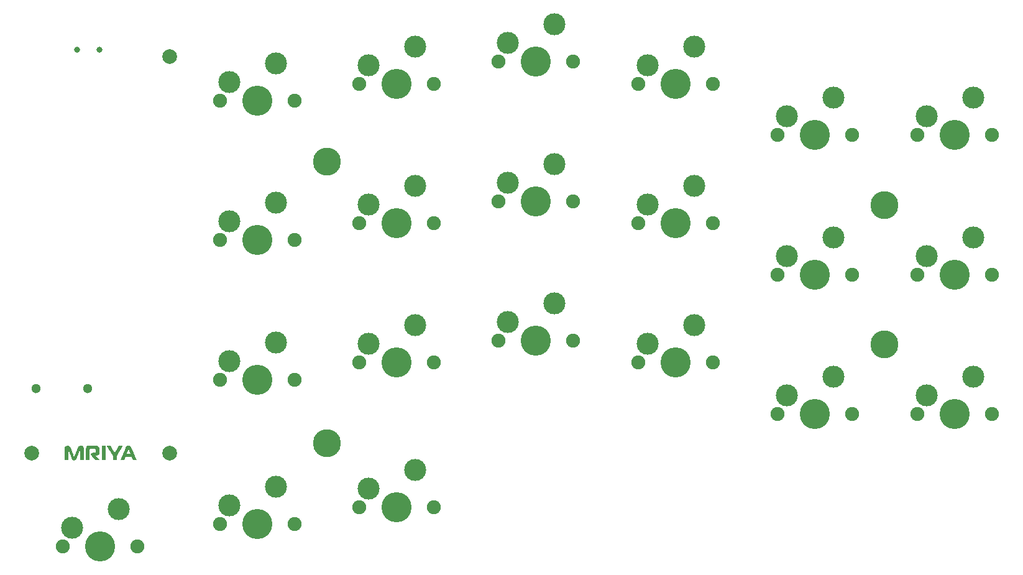
<source format=gts>
G04 #@! TF.GenerationSoftware,KiCad,Pcbnew,7.0.2*
G04 #@! TF.CreationDate,2023-04-26T23:48:15+03:00*
G04 #@! TF.ProjectId,mriya-right,6d726979-612d-4726-9967-68742e6b6963,0.9*
G04 #@! TF.SameCoordinates,Original*
G04 #@! TF.FileFunction,Soldermask,Top*
G04 #@! TF.FilePolarity,Negative*
%FSLAX46Y46*%
G04 Gerber Fmt 4.6, Leading zero omitted, Abs format (unit mm)*
G04 Created by KiCad (PCBNEW 7.0.2) date 2023-04-26 23:48:15*
%MOMM*%
%LPD*%
G01*
G04 APERTURE LIST*
%ADD10C,1.900000*%
%ADD11C,3.000000*%
%ADD12C,4.100000*%
%ADD13C,3.800000*%
%ADD14C,1.300000*%
%ADD15C,2.000000*%
%ADD16C,0.800000*%
G04 APERTURE END LIST*
G36*
X134352586Y-100300000D02*
G01*
X134352586Y-101274642D01*
X134102570Y-101274642D01*
X133852553Y-101274642D01*
X133852553Y-100300000D01*
X133852553Y-99325359D01*
X134102570Y-99325359D01*
X134352586Y-99325359D01*
X134352586Y-100300000D01*
G37*
G36*
X136667336Y-99378329D02*
G01*
X136658006Y-99393479D01*
X136640603Y-99421981D01*
X136615824Y-99462681D01*
X136584370Y-99514429D01*
X136546939Y-99576072D01*
X136504231Y-99646458D01*
X136456945Y-99724434D01*
X136405779Y-99808849D01*
X136351433Y-99898551D01*
X136294606Y-99992387D01*
X136247686Y-100069893D01*
X135861162Y-100708488D01*
X135861162Y-100991565D01*
X135861162Y-101274642D01*
X135611145Y-101274642D01*
X135361128Y-101274642D01*
X135361128Y-100991509D01*
X135361128Y-100708377D01*
X134945846Y-100020666D01*
X134886321Y-99922050D01*
X134829347Y-99827584D01*
X134775529Y-99738272D01*
X134725470Y-99655119D01*
X134679773Y-99579130D01*
X134639041Y-99511309D01*
X134603878Y-99452661D01*
X134574886Y-99404190D01*
X134552670Y-99366902D01*
X134537831Y-99341801D01*
X134530975Y-99329892D01*
X134530564Y-99329038D01*
X134538703Y-99328149D01*
X134561772Y-99327469D01*
X134597755Y-99327012D01*
X134644634Y-99326789D01*
X134700391Y-99326813D01*
X134763008Y-99327097D01*
X134798501Y-99327359D01*
X135066437Y-99329596D01*
X135337548Y-99789332D01*
X135385077Y-99869714D01*
X135430142Y-99945513D01*
X135472000Y-100015506D01*
X135509909Y-100078471D01*
X135543126Y-100133188D01*
X135570910Y-100178435D01*
X135592517Y-100212990D01*
X135607206Y-100235632D01*
X135614235Y-100245139D01*
X135614680Y-100245346D01*
X135619932Y-100237580D01*
X135633029Y-100216452D01*
X135653224Y-100183209D01*
X135679770Y-100139100D01*
X135711920Y-100085374D01*
X135748928Y-100023279D01*
X135790046Y-99954064D01*
X135834528Y-99878978D01*
X135881628Y-99799269D01*
X135890936Y-99783492D01*
X136161171Y-99325359D01*
X136430817Y-99325359D01*
X136700463Y-99325359D01*
X136667336Y-99378329D01*
G37*
G36*
X137545170Y-99302358D02*
G01*
X137615625Y-99310658D01*
X137677530Y-99325797D01*
X137677931Y-99325931D01*
X137739252Y-99355053D01*
X137793321Y-99398120D01*
X137837359Y-99452726D01*
X137850541Y-99475347D01*
X137856025Y-99487296D01*
X137867545Y-99513645D01*
X137884583Y-99553162D01*
X137906618Y-99604616D01*
X137933131Y-99666776D01*
X137963603Y-99738410D01*
X137997515Y-99818286D01*
X138034347Y-99905174D01*
X138073580Y-99997841D01*
X138114693Y-100095056D01*
X138157169Y-100195589D01*
X138200487Y-100298207D01*
X138244128Y-100401679D01*
X138287573Y-100504774D01*
X138330303Y-100606261D01*
X138371797Y-100704907D01*
X138411536Y-100799481D01*
X138449002Y-100888753D01*
X138483674Y-100971490D01*
X138515034Y-101046461D01*
X138542561Y-101112435D01*
X138565737Y-101168180D01*
X138584042Y-101212466D01*
X138596957Y-101244059D01*
X138603437Y-101260351D01*
X138604057Y-101264403D01*
X138601329Y-101267597D01*
X138593559Y-101270013D01*
X138579053Y-101271731D01*
X138556118Y-101272832D01*
X138523059Y-101273396D01*
X138478184Y-101273503D01*
X138419798Y-101273232D01*
X138346208Y-101272666D01*
X138343741Y-101272645D01*
X138078467Y-101270404D01*
X137990458Y-101047931D01*
X137902450Y-100825459D01*
X137492633Y-100825459D01*
X137082815Y-100825459D01*
X136994955Y-101047931D01*
X136907094Y-101270404D01*
X136646857Y-101272645D01*
X136567584Y-101273137D01*
X136504183Y-101273083D01*
X136455585Y-101272453D01*
X136420720Y-101271217D01*
X136398519Y-101269345D01*
X136387911Y-101266806D01*
X136386620Y-101265264D01*
X136389819Y-101256264D01*
X136399079Y-101232842D01*
X136413896Y-101196206D01*
X136433768Y-101147562D01*
X136458192Y-101088117D01*
X136486664Y-101019077D01*
X136518680Y-100941648D01*
X136553738Y-100857037D01*
X136591334Y-100766451D01*
X136630964Y-100671096D01*
X136672126Y-100572178D01*
X136714317Y-100470904D01*
X136727464Y-100439380D01*
X137208709Y-100439380D01*
X137216858Y-100440495D01*
X137239998Y-100441515D01*
X137276172Y-100442409D01*
X137323421Y-100443143D01*
X137379786Y-100443686D01*
X137443310Y-100444005D01*
X137493198Y-100444078D01*
X137570044Y-100444058D01*
X137631596Y-100443929D01*
X137679509Y-100443589D01*
X137715441Y-100442933D01*
X137741046Y-100441860D01*
X137757981Y-100440264D01*
X137767902Y-100438045D01*
X137772465Y-100435097D01*
X137773325Y-100431318D01*
X137772167Y-100426689D01*
X137766939Y-100412422D01*
X137756262Y-100385005D01*
X137740985Y-100346517D01*
X137721956Y-100299040D01*
X137700024Y-100244653D01*
X137676038Y-100185439D01*
X137650846Y-100123476D01*
X137625296Y-100060845D01*
X137600237Y-99999627D01*
X137576519Y-99941902D01*
X137554988Y-99889751D01*
X137536494Y-99845254D01*
X137521885Y-99810492D01*
X137512010Y-99787544D01*
X137507911Y-99778779D01*
X137497770Y-99761829D01*
X137481680Y-99778779D01*
X137476161Y-99788931D01*
X137465182Y-99812745D01*
X137449585Y-99848181D01*
X137430213Y-99893198D01*
X137407910Y-99945757D01*
X137383518Y-100003817D01*
X137357880Y-100065339D01*
X137331839Y-100128281D01*
X137306239Y-100190605D01*
X137281922Y-100250269D01*
X137259732Y-100305234D01*
X137240511Y-100353460D01*
X137225102Y-100392907D01*
X137214349Y-100421533D01*
X137209094Y-100437300D01*
X137208709Y-100439380D01*
X136727464Y-100439380D01*
X136757032Y-100368481D01*
X136799768Y-100266115D01*
X136842023Y-100165012D01*
X136883293Y-100066380D01*
X136923074Y-99971424D01*
X136960863Y-99881351D01*
X136996158Y-99797367D01*
X137028454Y-99720680D01*
X137057249Y-99652495D01*
X137082038Y-99594019D01*
X137102319Y-99546459D01*
X137117589Y-99511020D01*
X137127344Y-99488911D01*
X137130185Y-99482850D01*
X137156016Y-99441383D01*
X137189998Y-99400800D01*
X137227720Y-99365593D01*
X137264773Y-99340255D01*
X137275030Y-99335279D01*
X137331094Y-99317355D01*
X137398045Y-99305819D01*
X137471023Y-99300782D01*
X137545170Y-99302358D01*
G37*
G36*
X132281454Y-99326371D02*
G01*
X132374253Y-99326705D01*
X132481942Y-99327170D01*
X132560683Y-99327530D01*
X132681860Y-99328085D01*
X132787352Y-99328612D01*
X132878423Y-99329198D01*
X132956340Y-99329929D01*
X133022366Y-99330891D01*
X133077767Y-99332173D01*
X133123807Y-99333859D01*
X133161752Y-99336038D01*
X133192866Y-99338794D01*
X133218414Y-99342216D01*
X133239661Y-99346389D01*
X133257873Y-99351401D01*
X133274313Y-99357337D01*
X133290247Y-99364284D01*
X133306940Y-99372330D01*
X133321747Y-99379643D01*
X133377853Y-99413092D01*
X133423898Y-99454679D01*
X133461306Y-99503271D01*
X133497361Y-99570107D01*
X133526011Y-99650902D01*
X133546935Y-99744217D01*
X133559813Y-99848610D01*
X133564322Y-99962643D01*
X133564324Y-99965232D01*
X133559768Y-100094748D01*
X133546053Y-100210391D01*
X133523206Y-100312065D01*
X133491254Y-100399670D01*
X133450225Y-100473109D01*
X133409068Y-100523469D01*
X133359578Y-100566548D01*
X133304737Y-100598790D01*
X133242131Y-100621029D01*
X133169348Y-100634099D01*
X133083972Y-100638834D01*
X133074959Y-100638881D01*
X133037039Y-100639454D01*
X133006269Y-100640917D01*
X132986029Y-100643040D01*
X132979613Y-100645320D01*
X132985433Y-100652355D01*
X133002147Y-100670211D01*
X133028639Y-100697749D01*
X133063792Y-100733828D01*
X133106490Y-100777309D01*
X133155617Y-100827054D01*
X133210055Y-100881921D01*
X133268689Y-100940773D01*
X133291032Y-100963138D01*
X133602450Y-101274642D01*
X133292057Y-101274642D01*
X132981663Y-101274642D01*
X132762404Y-101022702D01*
X132711052Y-100963806D01*
X132660574Y-100906118D01*
X132612657Y-100851551D01*
X132568990Y-100802018D01*
X132531257Y-100759434D01*
X132501148Y-100725711D01*
X132480349Y-100702763D01*
X132479400Y-100701733D01*
X132449971Y-100668111D01*
X132422209Y-100633322D01*
X132400005Y-100602393D01*
X132390607Y-100587123D01*
X132377863Y-100561895D01*
X132370296Y-100539516D01*
X132366586Y-100513825D01*
X132365411Y-100478663D01*
X132365362Y-100469503D01*
X132367619Y-100416955D01*
X132375882Y-100377389D01*
X132391893Y-100347384D01*
X132417397Y-100323517D01*
X132449282Y-100304769D01*
X132465616Y-100296740D01*
X132480313Y-100290583D01*
X132495966Y-100285969D01*
X132515170Y-100282569D01*
X132540520Y-100280054D01*
X132574611Y-100278095D01*
X132620038Y-100276364D01*
X132679395Y-100274531D01*
X132690432Y-100274204D01*
X132763635Y-100271681D01*
X132822096Y-100268637D01*
X132868027Y-100264650D01*
X132903636Y-100259295D01*
X132931133Y-100252148D01*
X132952726Y-100242784D01*
X132970627Y-100230779D01*
X132985145Y-100217627D01*
X133008692Y-100186923D01*
X133025636Y-100147449D01*
X133036531Y-100097065D01*
X133041930Y-100033633D01*
X133042748Y-99994895D01*
X133041318Y-99928790D01*
X133035921Y-99876513D01*
X133025877Y-99835262D01*
X133010504Y-99802237D01*
X132989191Y-99774711D01*
X132975740Y-99761252D01*
X132962277Y-99750173D01*
X132947074Y-99741244D01*
X132928401Y-99734233D01*
X132904527Y-99728909D01*
X132873723Y-99725042D01*
X132834259Y-99722399D01*
X132784405Y-99720750D01*
X132722432Y-99719864D01*
X132646609Y-99719509D01*
X132575551Y-99719453D01*
X132495301Y-99719484D01*
X132430242Y-99719638D01*
X132378618Y-99720011D01*
X132338670Y-99720696D01*
X132308641Y-99721789D01*
X132286773Y-99723383D01*
X132271308Y-99725573D01*
X132260487Y-99728452D01*
X132252553Y-99732117D01*
X132245748Y-99736660D01*
X132245021Y-99737197D01*
X132225246Y-99758073D01*
X132211063Y-99783554D01*
X132210973Y-99783810D01*
X132209057Y-99793951D01*
X132207363Y-99813290D01*
X132205882Y-99842594D01*
X132204603Y-99882630D01*
X132203514Y-99934165D01*
X132202605Y-99997966D01*
X132201866Y-100074799D01*
X132201286Y-100165432D01*
X132200853Y-100270630D01*
X132200558Y-100391162D01*
X132200390Y-100527793D01*
X132200379Y-100543661D01*
X132199900Y-101274642D01*
X131949692Y-101274642D01*
X131699484Y-101274642D01*
X131701794Y-100399583D01*
X131702148Y-100254407D01*
X131702447Y-100125186D01*
X131702766Y-100010925D01*
X131703181Y-99910629D01*
X131703765Y-99823303D01*
X131704593Y-99747952D01*
X131705739Y-99683581D01*
X131707278Y-99629195D01*
X131709285Y-99583800D01*
X131711833Y-99546400D01*
X131714998Y-99516000D01*
X131718855Y-99491606D01*
X131723476Y-99472223D01*
X131728938Y-99456854D01*
X131735314Y-99444507D01*
X131742679Y-99434185D01*
X131751108Y-99424894D01*
X131760675Y-99415639D01*
X131771455Y-99405425D01*
X131776630Y-99400341D01*
X131805588Y-99374678D01*
X131835202Y-99357141D01*
X131873419Y-99343076D01*
X131875385Y-99342475D01*
X131886772Y-99339116D01*
X131898084Y-99336215D01*
X131910569Y-99333744D01*
X131925472Y-99331675D01*
X131944043Y-99329983D01*
X131967526Y-99328639D01*
X131997171Y-99327616D01*
X132034223Y-99326888D01*
X132079931Y-99326426D01*
X132135540Y-99326204D01*
X132202299Y-99326195D01*
X132281454Y-99326371D01*
G37*
G36*
X129247329Y-99310844D02*
G01*
X129305508Y-99317344D01*
X129326039Y-99321459D01*
X129399603Y-99346861D01*
X129467356Y-99385964D01*
X129526500Y-99436526D01*
X129574235Y-99496308D01*
X129597814Y-99539038D01*
X129604744Y-99555715D01*
X129616924Y-99586925D01*
X129633831Y-99631262D01*
X129654942Y-99687322D01*
X129679732Y-99753700D01*
X129707680Y-99828992D01*
X129738262Y-99911792D01*
X129770954Y-100000696D01*
X129805234Y-100094300D01*
X129834575Y-100174712D01*
X129869346Y-100270001D01*
X129902629Y-100360899D01*
X129933944Y-100446108D01*
X129962808Y-100524333D01*
X129988739Y-100594275D01*
X130011254Y-100654639D01*
X130029873Y-100704127D01*
X130044113Y-100741443D01*
X130053491Y-100765288D01*
X130057379Y-100774165D01*
X130075005Y-100792879D01*
X130093699Y-100794897D01*
X130108112Y-100785278D01*
X130113430Y-100774998D01*
X130124021Y-100750042D01*
X130139405Y-100711676D01*
X130159099Y-100661167D01*
X130182622Y-100599782D01*
X130209492Y-100528788D01*
X130239226Y-100449450D01*
X130271344Y-100363036D01*
X130305362Y-100270813D01*
X130340799Y-100174046D01*
X130344257Y-100164566D01*
X130380065Y-100066640D01*
X130414662Y-99972538D01*
X130447545Y-99883599D01*
X130478210Y-99801162D01*
X130506153Y-99726566D01*
X130530872Y-99661150D01*
X130551861Y-99606252D01*
X130568619Y-99563211D01*
X130580640Y-99533367D01*
X130587421Y-99518057D01*
X130587608Y-99517708D01*
X130631936Y-99451119D01*
X130685510Y-99397861D01*
X130749052Y-99357523D01*
X130823284Y-99329693D01*
X130908927Y-99313959D01*
X130950256Y-99310770D01*
X131045225Y-99311659D01*
X131130928Y-99323817D01*
X131205744Y-99346959D01*
X131236288Y-99361335D01*
X131278836Y-99388133D01*
X131311431Y-99419585D01*
X131338583Y-99460581D01*
X131351622Y-99486387D01*
X131373574Y-99533000D01*
X131373574Y-100405940D01*
X131373574Y-101278879D01*
X131128351Y-101281130D01*
X131065414Y-101281466D01*
X131007958Y-101281309D01*
X130958178Y-101280701D01*
X130918264Y-101279687D01*
X130890410Y-101278309D01*
X130876807Y-101276610D01*
X130875926Y-101276179D01*
X130874922Y-101266778D01*
X130874188Y-101241710D01*
X130873721Y-101202258D01*
X130873516Y-101149702D01*
X130873570Y-101085324D01*
X130873877Y-101010407D01*
X130874434Y-100926230D01*
X130875237Y-100834077D01*
X130876281Y-100735229D01*
X130877562Y-100630966D01*
X130878168Y-100586036D01*
X130879900Y-100458999D01*
X130881333Y-100347853D01*
X130882444Y-100251540D01*
X130883205Y-100169003D01*
X130883591Y-100099182D01*
X130883578Y-100041022D01*
X130883138Y-99993464D01*
X130882246Y-99955451D01*
X130880877Y-99925925D01*
X130879004Y-99903829D01*
X130876603Y-99888104D01*
X130873648Y-99877694D01*
X130870112Y-99871540D01*
X130865970Y-99868586D01*
X130861196Y-99867772D01*
X130860725Y-99867768D01*
X130850779Y-99874151D01*
X130839253Y-99888357D01*
X130834234Y-99899569D01*
X130824015Y-99925435D01*
X130809082Y-99964639D01*
X130789920Y-100015865D01*
X130767014Y-100077799D01*
X130740847Y-100149124D01*
X130711905Y-100228525D01*
X130680672Y-100314687D01*
X130647634Y-100406295D01*
X130618309Y-100487973D01*
X130583726Y-100584279D01*
X130550248Y-100677080D01*
X130518396Y-100764959D01*
X130488691Y-100846498D01*
X130461655Y-100920279D01*
X130437809Y-100984884D01*
X130417672Y-101038895D01*
X130401767Y-101080894D01*
X130390614Y-101109463D01*
X130385504Y-101121608D01*
X130351172Y-101183864D01*
X130312591Y-101230950D01*
X130268405Y-101264400D01*
X130251214Y-101273238D01*
X130227508Y-101283111D01*
X130204551Y-101289677D01*
X130177631Y-101293710D01*
X130142036Y-101295984D01*
X130106540Y-101297007D01*
X130066044Y-101297478D01*
X130030563Y-101297171D01*
X130004261Y-101296165D01*
X129992126Y-101294795D01*
X129928938Y-101273459D01*
X129878199Y-101243412D01*
X129836700Y-101202082D01*
X129801234Y-101146897D01*
X129796632Y-101138046D01*
X129790061Y-101122745D01*
X129778340Y-101092825D01*
X129761968Y-101049649D01*
X129741446Y-100994578D01*
X129717273Y-100928976D01*
X129689949Y-100854203D01*
X129659974Y-100771622D01*
X129627848Y-100682596D01*
X129594069Y-100588487D01*
X129559615Y-100491993D01*
X129525012Y-100395170D01*
X129491772Y-100302816D01*
X129460369Y-100216205D01*
X129431274Y-100136609D01*
X129404961Y-100065301D01*
X129381902Y-100003556D01*
X129362569Y-99952647D01*
X129347435Y-99913846D01*
X129336973Y-99888427D01*
X129331656Y-99877663D01*
X129331546Y-99877545D01*
X129319850Y-99868375D01*
X129311085Y-99872454D01*
X129305121Y-99879982D01*
X129302890Y-99884973D01*
X129300941Y-99894229D01*
X129299255Y-99908800D01*
X129297814Y-99929735D01*
X129296602Y-99958083D01*
X129295598Y-99994892D01*
X129294786Y-100041213D01*
X129294148Y-100098094D01*
X129293665Y-100166585D01*
X129293319Y-100247735D01*
X129293093Y-100342592D01*
X129292968Y-100452207D01*
X129292927Y-100577628D01*
X129292927Y-100589775D01*
X129292927Y-101283117D01*
X129046994Y-101283117D01*
X128801062Y-101283117D01*
X128803334Y-100403821D01*
X128805606Y-99524525D01*
X128825093Y-99482149D01*
X128857533Y-99429502D01*
X128902305Y-99386605D01*
X128960192Y-99352925D01*
X129031978Y-99327929D01*
X129061843Y-99320854D01*
X129118570Y-99312583D01*
X129182708Y-99309251D01*
X129247329Y-99310844D01*
G37*
D10*
X128520000Y-113000000D03*
D11*
X129790000Y-110460000D03*
D12*
X133600000Y-113000000D03*
D11*
X136140000Y-107920000D03*
D10*
X138680000Y-113000000D03*
X168920000Y-50000000D03*
D11*
X170190000Y-47460000D03*
D12*
X174000000Y-50000000D03*
D11*
X176540000Y-44920000D03*
D10*
X179080000Y-50000000D03*
D13*
X164500000Y-99000000D03*
D14*
X124900000Y-91500000D03*
X131900000Y-91500000D03*
D15*
X124300000Y-100300000D03*
D10*
X244920000Y-57000000D03*
D11*
X246190000Y-54460000D03*
D12*
X250000000Y-57000000D03*
D11*
X252540000Y-51920000D03*
D10*
X255080000Y-57000000D03*
D15*
X143100000Y-100300000D03*
X143100000Y-46300000D03*
D10*
X149920000Y-71300000D03*
D11*
X151190000Y-68760000D03*
D12*
X155000000Y-71300000D03*
D11*
X157540000Y-66220000D03*
D10*
X160080000Y-71300000D03*
X168920000Y-88000000D03*
D11*
X170190000Y-85460000D03*
D12*
X174000000Y-88000000D03*
D11*
X176540000Y-82920000D03*
D10*
X179080000Y-88000000D03*
X149920000Y-90300000D03*
D11*
X151190000Y-87760000D03*
D12*
X155000000Y-90300000D03*
D11*
X157540000Y-85220000D03*
D10*
X160080000Y-90300000D03*
X168920000Y-107700000D03*
D11*
X170190000Y-105160000D03*
D12*
X174000000Y-107700000D03*
D11*
X176540000Y-102620000D03*
D10*
X179080000Y-107700000D03*
X206920000Y-69000000D03*
D11*
X208190000Y-66460000D03*
D12*
X212000000Y-69000000D03*
D11*
X214540000Y-63920000D03*
D10*
X217080000Y-69000000D03*
D13*
X164500000Y-60650000D03*
D10*
X244920000Y-95000000D03*
D11*
X246190000Y-92460000D03*
D12*
X250000000Y-95000000D03*
D11*
X252540000Y-89920000D03*
D10*
X255080000Y-95000000D03*
X244920000Y-76000000D03*
D11*
X246190000Y-73460000D03*
D12*
X250000000Y-76000000D03*
D11*
X252540000Y-70920000D03*
D10*
X255080000Y-76000000D03*
X187920000Y-66000000D03*
D11*
X189190000Y-63460000D03*
D12*
X193000000Y-66000000D03*
D11*
X195540000Y-60920000D03*
D10*
X198080000Y-66000000D03*
X206920000Y-88000000D03*
D11*
X208190000Y-85460000D03*
D12*
X212000000Y-88000000D03*
D11*
X214540000Y-82920000D03*
D10*
X217080000Y-88000000D03*
D13*
X240500000Y-85500000D03*
D10*
X149920000Y-110000000D03*
D11*
X151190000Y-107460000D03*
D12*
X155000000Y-110000000D03*
D11*
X157540000Y-104920000D03*
D10*
X160080000Y-110000000D03*
D13*
X240500000Y-66500000D03*
D10*
X187920000Y-85000000D03*
D11*
X189190000Y-82460000D03*
D12*
X193000000Y-85000000D03*
D11*
X195540000Y-79920000D03*
D10*
X198080000Y-85000000D03*
X168920000Y-69000000D03*
D11*
X170190000Y-66460000D03*
D12*
X174000000Y-69000000D03*
D11*
X176540000Y-63920000D03*
D10*
X179080000Y-69000000D03*
X225920000Y-76000000D03*
D11*
X227190000Y-73460000D03*
D12*
X231000000Y-76000000D03*
D11*
X233540000Y-70920000D03*
D10*
X236080000Y-76000000D03*
X225920000Y-57000000D03*
D11*
X227190000Y-54460000D03*
D12*
X231000000Y-57000000D03*
D11*
X233540000Y-51920000D03*
D10*
X236080000Y-57000000D03*
X206920000Y-50000000D03*
D11*
X208190000Y-47460000D03*
D12*
X212000000Y-50000000D03*
D11*
X214540000Y-44920000D03*
D10*
X217080000Y-50000000D03*
X149920000Y-52300000D03*
D11*
X151190000Y-49760000D03*
D12*
X155000000Y-52300000D03*
D11*
X157540000Y-47220000D03*
D10*
X160080000Y-52300000D03*
X225920000Y-95000000D03*
D11*
X227190000Y-92460000D03*
D12*
X231000000Y-95000000D03*
D11*
X233540000Y-89920000D03*
D10*
X236080000Y-95000000D03*
X187920000Y-47000000D03*
D11*
X189190000Y-44460000D03*
D12*
X193000000Y-47000000D03*
D11*
X195540000Y-41920000D03*
D10*
X198080000Y-47000000D03*
D16*
X130500000Y-45400000D03*
X133500000Y-45400000D03*
M02*

</source>
